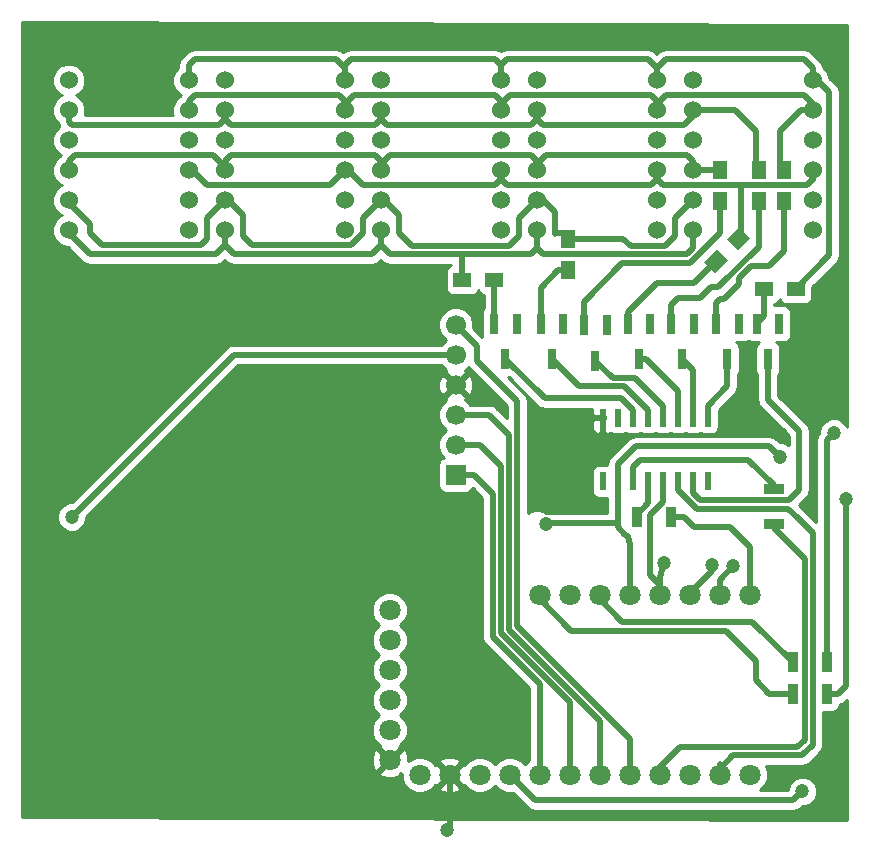
<source format=gbr>
G04 #@! TF.FileFunction,Copper,L2,Bot,Signal*
%FSLAX46Y46*%
G04 Gerber Fmt 4.6, Leading zero omitted, Abs format (unit mm)*
G04 Created by KiCad (PCBNEW 4.0.2+dfsg1-stable) date St  4. júl 2018, 20:56:09 CEST*
%MOMM*%
G01*
G04 APERTURE LIST*
%ADD10C,0.100000*%
%ADD11C,1.524000*%
%ADD12R,1.500000X1.300000*%
%ADD13R,1.300000X1.500000*%
%ADD14R,0.800100X1.800860*%
%ADD15R,0.600000X1.500000*%
%ADD16C,1.800000*%
%ADD17R,1.700000X0.900000*%
%ADD18R,0.900000X1.700000*%
%ADD19R,1.700000X1.700000*%
%ADD20C,1.700000*%
%ADD21C,1.200000*%
%ADD22C,0.500000*%
%ADD23C,0.400000*%
%ADD24C,0.254000*%
G04 APERTURE END LIST*
D10*
D11*
X173990000Y-57912000D03*
X173990000Y-60452000D03*
X173990000Y-62992000D03*
X173990000Y-65532000D03*
X173990000Y-68072000D03*
X173990000Y-70612000D03*
X184150000Y-70612000D03*
X184150000Y-68072000D03*
X184150000Y-65532000D03*
X184150000Y-62992000D03*
X184150000Y-60452000D03*
X184150000Y-57912000D03*
D12*
X182706000Y-75565000D03*
X180006000Y-75565000D03*
D13*
X181737000Y-65452000D03*
X181737000Y-68152000D03*
X179578000Y-65452000D03*
X179578000Y-68152000D03*
D10*
G36*
X177936305Y-70318457D02*
X178855543Y-71237695D01*
X177794883Y-72298355D01*
X176875645Y-71379117D01*
X177936305Y-70318457D01*
X177936305Y-70318457D01*
G37*
G36*
X176027117Y-72227645D02*
X176946355Y-73146883D01*
X175885695Y-74207543D01*
X174966457Y-73288305D01*
X176027117Y-72227645D01*
X176027117Y-72227645D01*
G37*
D13*
X176276000Y-65452000D03*
X176276000Y-68152000D03*
X163449000Y-71294000D03*
X163449000Y-73994000D03*
D12*
X154479000Y-74803000D03*
X157179000Y-74803000D03*
D14*
X179390000Y-78508860D03*
X181290000Y-78508860D03*
X180340000Y-81511140D03*
X175961000Y-78508860D03*
X177861000Y-78508860D03*
X176911000Y-81511140D03*
X172151000Y-78508860D03*
X174051000Y-78508860D03*
X173101000Y-81511140D03*
X168468000Y-78508860D03*
X170368000Y-78508860D03*
X169418000Y-81511140D03*
X164785000Y-78635860D03*
X166685000Y-78635860D03*
X165735000Y-81638140D03*
X161102000Y-78508860D03*
X163002000Y-78508860D03*
X162052000Y-81511140D03*
X157165000Y-78508860D03*
X159065000Y-78508860D03*
X158115000Y-81511140D03*
D11*
X121158000Y-57912000D03*
X121158000Y-60452000D03*
X121158000Y-62992000D03*
X121158000Y-65532000D03*
X121158000Y-68072000D03*
X121158000Y-70612000D03*
X131318000Y-70612000D03*
X131318000Y-68072000D03*
X131318000Y-65532000D03*
X131318000Y-62992000D03*
X131318000Y-60452000D03*
X131318000Y-57912000D03*
X147574000Y-57912000D03*
X147574000Y-60452000D03*
X147574000Y-62992000D03*
X147574000Y-65532000D03*
X147574000Y-68072000D03*
X147574000Y-70612000D03*
X157734000Y-70612000D03*
X157734000Y-68072000D03*
X157734000Y-65532000D03*
X157734000Y-62992000D03*
X157734000Y-60452000D03*
X157734000Y-57912000D03*
X160782000Y-57912000D03*
X160782000Y-60452000D03*
X160782000Y-62992000D03*
X160782000Y-65532000D03*
X160782000Y-68072000D03*
X160782000Y-70612000D03*
X170942000Y-70612000D03*
X170942000Y-68072000D03*
X170942000Y-65532000D03*
X170942000Y-62992000D03*
X170942000Y-60452000D03*
X170942000Y-57912000D03*
X134366000Y-57912000D03*
X134366000Y-60452000D03*
X134366000Y-62992000D03*
X134366000Y-65532000D03*
X134366000Y-68072000D03*
X134366000Y-70612000D03*
X144526000Y-70612000D03*
X144526000Y-68072000D03*
X144526000Y-65532000D03*
X144526000Y-62992000D03*
X144526000Y-60452000D03*
X144526000Y-57912000D03*
D15*
X175260000Y-91854000D03*
X173990000Y-91854000D03*
X172720000Y-91854000D03*
X171450000Y-91854000D03*
X170180000Y-91854000D03*
X168910000Y-91854000D03*
X167640000Y-91854000D03*
X166370000Y-91854000D03*
X166370000Y-86454000D03*
X167640000Y-86454000D03*
X168910000Y-86454000D03*
X170180000Y-86454000D03*
X171450000Y-86454000D03*
X172720000Y-86454000D03*
X173990000Y-86454000D03*
X175260000Y-86454000D03*
D16*
X161036000Y-101473000D03*
X163576000Y-101473000D03*
X166116000Y-101473000D03*
X168656000Y-101473000D03*
X171196000Y-101473000D03*
X173736000Y-101473000D03*
X176276000Y-101473000D03*
X178816000Y-101473000D03*
X178816000Y-116713000D03*
X176276000Y-116713000D03*
X173736000Y-116713000D03*
X171196000Y-116713000D03*
X168656000Y-116713000D03*
X166116000Y-116713000D03*
X163576000Y-116713000D03*
X161036000Y-116713000D03*
X158496000Y-116713000D03*
X155956000Y-116713000D03*
X153416000Y-116713000D03*
X150876000Y-116713000D03*
X148336000Y-115443000D03*
X148336000Y-112903000D03*
X148336000Y-110363000D03*
X148336000Y-107823000D03*
X148336000Y-105283000D03*
X148336000Y-102743000D03*
D17*
X180848000Y-92530000D03*
X180848000Y-95430000D03*
D18*
X169238000Y-94869000D03*
X172138000Y-94869000D03*
X185346000Y-109855000D03*
X182446000Y-109855000D03*
X185346000Y-107188000D03*
X182446000Y-107188000D03*
D19*
X153924000Y-91313000D03*
D20*
X153924000Y-88773000D03*
X153924000Y-86233000D03*
X153924000Y-83693000D03*
X153924000Y-81153000D03*
X153924000Y-78613000D03*
D21*
X121412000Y-94869000D03*
X183261000Y-118110000D03*
X153162000Y-121412000D03*
X181483000Y-87884000D03*
X161036000Y-87249000D03*
X136906000Y-87630000D03*
X186944000Y-93345000D03*
X171577000Y-98806000D03*
X181356000Y-89789000D03*
X161544000Y-95504000D03*
X175641000Y-98933000D03*
X177419000Y-99060000D03*
X185928000Y-87757000D03*
D22*
X153924000Y-81153000D02*
X135128000Y-81153000D01*
X135128000Y-81153000D02*
X121412000Y-94869000D01*
X183261000Y-118110000D02*
X182499000Y-118872000D01*
X182499000Y-118872000D02*
X160655000Y-118872000D01*
X160655000Y-118872000D02*
X158496000Y-116713000D01*
X153416000Y-121158000D02*
X153416000Y-116713000D01*
X153162000Y-121412000D02*
X153416000Y-121158000D01*
X161036000Y-87249000D02*
X161798000Y-86487000D01*
X161798000Y-86487000D02*
X166337000Y-86487000D01*
X166337000Y-86487000D02*
X166370000Y-86454000D01*
X181483000Y-87884000D02*
X181229000Y-87884000D01*
X161036000Y-87249000D02*
X161163000Y-87376000D01*
X136906000Y-87630000D02*
X137160000Y-87630000D01*
X179197000Y-93472000D02*
X182118000Y-93472000D01*
X173990000Y-92837000D02*
X174625000Y-93472000D01*
X174625000Y-93472000D02*
X179197000Y-93472000D01*
X173990000Y-91854000D02*
X173990000Y-92837000D01*
X180340000Y-84963000D02*
X180340000Y-81511140D01*
X183007000Y-87630000D02*
X180340000Y-84963000D01*
X183007000Y-92583000D02*
X183007000Y-87630000D01*
X182118000Y-93472000D02*
X183007000Y-92583000D01*
X175260000Y-86454000D02*
X175260000Y-85471000D01*
X176911000Y-83820000D02*
X176911000Y-81511140D01*
X175260000Y-85471000D02*
X176911000Y-83820000D01*
X173990000Y-86454000D02*
X173990000Y-82400140D01*
X173990000Y-82400140D02*
X173101000Y-81511140D01*
X185346000Y-109855000D02*
X186309000Y-109855000D01*
X186944000Y-109220000D02*
X186944000Y-93345000D01*
X186309000Y-109855000D02*
X186944000Y-109220000D01*
X172720000Y-86454000D02*
X172720000Y-84201000D01*
X170030140Y-81511140D02*
X169418000Y-81511140D01*
X172720000Y-84201000D02*
X170030140Y-81511140D01*
X171450000Y-86454000D02*
X171450000Y-85471000D01*
X167216858Y-83119998D02*
X165735000Y-81638140D01*
X169098998Y-83119998D02*
X167216858Y-83119998D01*
X171450000Y-85471000D02*
X169098998Y-83119998D01*
X170180000Y-86454000D02*
X170180000Y-85852000D01*
X170180000Y-85852000D02*
X168148000Y-83820000D01*
X168148000Y-83820000D02*
X164360860Y-83820000D01*
X164360860Y-83820000D02*
X162052000Y-81511140D01*
X168910000Y-86454000D02*
X168910000Y-85852000D01*
X168910000Y-85852000D02*
X167894000Y-84836000D01*
X167894000Y-84836000D02*
X161439860Y-84836000D01*
X161439860Y-84836000D02*
X158115000Y-81511140D01*
X184150000Y-57912000D02*
X184531000Y-57912000D01*
X184531000Y-57912000D02*
X185547000Y-58928000D01*
X185547000Y-72724000D02*
X182706000Y-75565000D01*
X185547000Y-58928000D02*
X185547000Y-72724000D01*
X131318000Y-57912000D02*
X131318000Y-56642000D01*
X144526000Y-56896000D02*
X143764000Y-56134000D01*
X143764000Y-56134000D02*
X131826000Y-56134000D01*
X131826000Y-56134000D02*
X131572000Y-56388000D01*
X144526000Y-56896000D02*
X144526000Y-57912000D01*
X131318000Y-56642000D02*
X131572000Y-56388000D01*
X157734000Y-57912000D02*
X157734000Y-56642000D01*
X157734000Y-56642000D02*
X157226000Y-56134000D01*
X144526000Y-56642000D02*
X144526000Y-57912000D01*
X145034000Y-56134000D02*
X144526000Y-56642000D01*
X157226000Y-56134000D02*
X145034000Y-56134000D01*
X170942000Y-57912000D02*
X170942000Y-56896000D01*
X170942000Y-56896000D02*
X171704000Y-56134000D01*
X184150000Y-56896000D02*
X184150000Y-57912000D01*
X183388000Y-56134000D02*
X184150000Y-56896000D01*
X171704000Y-56134000D02*
X183388000Y-56134000D01*
X158750000Y-56134000D02*
X158242000Y-56134000D01*
X170942000Y-56896000D02*
X170180000Y-56134000D01*
X170180000Y-56134000D02*
X158750000Y-56134000D01*
X158242000Y-56134000D02*
X157734000Y-56642000D01*
X144593235Y-58024059D02*
X144526000Y-57912000D01*
X184150000Y-60452000D02*
X183134000Y-60452000D01*
X181356000Y-62230000D02*
X181356000Y-65452000D01*
X183134000Y-60452000D02*
X181356000Y-62230000D01*
X170942000Y-60452000D02*
X170942000Y-59944000D01*
X170942000Y-59944000D02*
X171704000Y-59182000D01*
X183388000Y-59182000D02*
X184150000Y-59944000D01*
X171704000Y-59182000D02*
X183388000Y-59182000D01*
X184150000Y-59944000D02*
X184150000Y-60452000D01*
X157734000Y-60452000D02*
X157734000Y-59944000D01*
X157734000Y-59944000D02*
X158496000Y-59182000D01*
X170434000Y-59182000D02*
X170942000Y-59690000D01*
X158496000Y-59182000D02*
X170434000Y-59182000D01*
X170942000Y-59690000D02*
X170942000Y-60452000D01*
X144526000Y-60452000D02*
X144526000Y-59944000D01*
X144526000Y-59944000D02*
X145288000Y-59182000D01*
X157226000Y-59182000D02*
X157734000Y-59690000D01*
X145288000Y-59182000D02*
X157226000Y-59182000D01*
X157734000Y-59690000D02*
X157734000Y-60452000D01*
X131318000Y-60452000D02*
X131318000Y-59690000D01*
X131318000Y-59690000D02*
X131826000Y-59182000D01*
X144018000Y-59182000D02*
X144526000Y-59690000D01*
X131826000Y-59182000D02*
X144018000Y-59182000D01*
X144526000Y-59690000D02*
X144526000Y-60452000D01*
X131318000Y-60452000D02*
X131064000Y-60452000D01*
X173990000Y-60452000D02*
X177546000Y-60452000D01*
X179324000Y-62230000D02*
X179324000Y-65452000D01*
X177546000Y-60452000D02*
X179324000Y-62230000D01*
X160782000Y-60452000D02*
X160782000Y-61214000D01*
X160782000Y-61214000D02*
X161290000Y-61722000D01*
X173228000Y-61722000D02*
X173990000Y-60960000D01*
X161290000Y-61722000D02*
X173228000Y-61722000D01*
X173990000Y-60960000D02*
X173990000Y-60452000D01*
X147574000Y-60452000D02*
X147574000Y-61214000D01*
X147574000Y-61214000D02*
X148082000Y-61722000D01*
X148082000Y-61722000D02*
X160274000Y-61722000D01*
X160274000Y-61722000D02*
X160782000Y-61214000D01*
X134366000Y-60452000D02*
X134366000Y-61214000D01*
X134366000Y-61214000D02*
X134874000Y-61722000D01*
X134874000Y-61722000D02*
X147066000Y-61722000D01*
X147066000Y-61722000D02*
X147574000Y-61214000D01*
X121158000Y-60452000D02*
X121158000Y-61468000D01*
X121158000Y-61468000D02*
X121412000Y-61722000D01*
X121412000Y-61722000D02*
X133858000Y-61722000D01*
X133858000Y-61722000D02*
X134366000Y-61214000D01*
X121158000Y-60452000D02*
X121158000Y-61214000D01*
D23*
X184150000Y-65532000D02*
X184150000Y-66294000D01*
X170942000Y-65532000D02*
X170942000Y-66294000D01*
D22*
X170942000Y-66294000D02*
X171450000Y-66802000D01*
X183642000Y-66802000D02*
X184150000Y-66294000D01*
X158242000Y-66802000D02*
X170434000Y-66802000D01*
X157734000Y-66294000D02*
X158242000Y-66802000D01*
X170434000Y-66802000D02*
X170942000Y-66294000D01*
D23*
X157734000Y-65532000D02*
X157734000Y-66294000D01*
X131318000Y-65532000D02*
X131572000Y-65532000D01*
D22*
X131572000Y-65532000D02*
X132842000Y-66802000D01*
X143256000Y-66802000D02*
X144526000Y-65532000D01*
X132842000Y-66802000D02*
X143256000Y-66802000D01*
D23*
X144526000Y-65532000D02*
X144780000Y-65532000D01*
D22*
X144780000Y-65532000D02*
X146050000Y-66802000D01*
X146050000Y-66802000D02*
X157226000Y-66802000D01*
X157226000Y-66802000D02*
X157734000Y-66294000D01*
X178054000Y-66802000D02*
X178054000Y-70739000D01*
X178054000Y-70739000D02*
X177927000Y-70866000D01*
X171450000Y-66802000D02*
X178054000Y-66802000D01*
X178054000Y-66802000D02*
X183642000Y-66802000D01*
X173990000Y-65532000D02*
X176196000Y-65532000D01*
X176196000Y-65532000D02*
X176276000Y-65452000D01*
X160782000Y-65532000D02*
X160782000Y-65024000D01*
X160782000Y-65024000D02*
X161544000Y-64262000D01*
X173482000Y-64262000D02*
X173990000Y-64770000D01*
X161544000Y-64262000D02*
X173482000Y-64262000D01*
X173990000Y-64770000D02*
X173990000Y-65532000D01*
X147574000Y-65532000D02*
X147574000Y-65024000D01*
X147574000Y-65024000D02*
X148336000Y-64262000D01*
X160274000Y-64262000D02*
X160782000Y-64770000D01*
X148336000Y-64262000D02*
X160274000Y-64262000D01*
X160782000Y-64770000D02*
X160782000Y-65532000D01*
X134366000Y-65532000D02*
X134366000Y-64770000D01*
X134366000Y-64770000D02*
X134874000Y-64262000D01*
X147066000Y-64262000D02*
X147574000Y-64770000D01*
X134874000Y-64262000D02*
X147066000Y-64262000D01*
X147574000Y-64770000D02*
X147574000Y-65532000D01*
X121158000Y-65532000D02*
X121158000Y-64770000D01*
X121158000Y-64770000D02*
X121666000Y-64262000D01*
X121666000Y-64262000D02*
X133350000Y-64262000D01*
X133350000Y-64262000D02*
X134366000Y-65278000D01*
X134366000Y-65278000D02*
X134366000Y-65532000D01*
X160274000Y-65532000D02*
X160782000Y-65532000D01*
X171450000Y-71943998D02*
X171642002Y-71943998D01*
X172466000Y-71120000D02*
X172466000Y-69596000D01*
X173990000Y-68072000D02*
X172466000Y-69596000D01*
X168068000Y-71294000D02*
X168717998Y-71943998D01*
X168717998Y-71943998D02*
X171450000Y-71943998D01*
X168068000Y-71294000D02*
X163449000Y-71294000D01*
X171642002Y-71943998D02*
X172466000Y-71120000D01*
X162306000Y-70866000D02*
X163021000Y-70866000D01*
X163021000Y-70866000D02*
X163449000Y-71294000D01*
X160782000Y-68072000D02*
X161290000Y-68072000D01*
X161290000Y-68072000D02*
X162306000Y-69088000D01*
X162306000Y-69088000D02*
X162306000Y-70866000D01*
X162306000Y-70866000D02*
X162306000Y-70927998D01*
X147574000Y-68072000D02*
X147828000Y-68072000D01*
X147828000Y-68072000D02*
X149098000Y-69342000D01*
X159258000Y-69596000D02*
X160782000Y-68072000D01*
X159258000Y-71120000D02*
X159258000Y-69596000D01*
X158434002Y-71943998D02*
X159258000Y-71120000D01*
X150175998Y-71943998D02*
X158434002Y-71943998D01*
X149098000Y-70866000D02*
X150175998Y-71943998D01*
X149098000Y-69342000D02*
X149098000Y-70866000D01*
X134366000Y-68072000D02*
X134620000Y-68072000D01*
X134620000Y-68072000D02*
X135890000Y-69342000D01*
X146050000Y-69596000D02*
X147574000Y-68072000D01*
X146050000Y-70866000D02*
X146050000Y-69596000D01*
X145034000Y-71882000D02*
X146050000Y-70866000D01*
X136652000Y-71882000D02*
X145034000Y-71882000D01*
X135890000Y-71120000D02*
X136652000Y-71882000D01*
X135890000Y-69342000D02*
X135890000Y-71120000D01*
X121158000Y-68072000D02*
X121158000Y-68326000D01*
X121158000Y-68326000D02*
X122936000Y-70104000D01*
X132842000Y-69596000D02*
X134366000Y-68072000D01*
X132842000Y-71374000D02*
X132842000Y-69596000D01*
X132334000Y-71882000D02*
X132842000Y-71374000D01*
X131826000Y-71882000D02*
X132334000Y-71882000D01*
X123952000Y-71882000D02*
X131826000Y-71882000D01*
X122936000Y-70866000D02*
X123952000Y-71882000D01*
X122936000Y-70104000D02*
X122936000Y-70866000D01*
X154432000Y-72644000D02*
X154432000Y-74756000D01*
X154432000Y-74756000D02*
X154479000Y-74803000D01*
X173990000Y-70612000D02*
X173990000Y-72136000D01*
X161290000Y-72644000D02*
X160782000Y-72136000D01*
X173482000Y-72644000D02*
X161290000Y-72644000D01*
X173990000Y-72136000D02*
X173482000Y-72644000D01*
X160782000Y-70612000D02*
X160782000Y-72136000D01*
X148336000Y-72644000D02*
X147574000Y-71882000D01*
X160274000Y-72644000D02*
X154432000Y-72644000D01*
X154432000Y-72644000D02*
X148336000Y-72644000D01*
X160782000Y-72136000D02*
X160274000Y-72644000D01*
X147574000Y-70612000D02*
X147574000Y-71882000D01*
X135128000Y-72644000D02*
X134366000Y-71882000D01*
X147574000Y-71882000D02*
X146812000Y-72644000D01*
X146812000Y-72644000D02*
X135128000Y-72644000D01*
X160782000Y-70612000D02*
X160782000Y-71120000D01*
X134366000Y-70612000D02*
X134366000Y-71882000D01*
X121158000Y-70612000D02*
X121158000Y-70866000D01*
X121158000Y-70866000D02*
X122936000Y-72644000D01*
X133604000Y-72644000D02*
X134366000Y-71882000D01*
X122936000Y-72644000D02*
X133604000Y-72644000D01*
X158430998Y-99187000D02*
X158430998Y-87945998D01*
X166116000Y-112114952D02*
X158430998Y-104429950D01*
X158430998Y-104429950D02*
X158430998Y-99187000D01*
X166116000Y-116713000D02*
X166116000Y-112114952D01*
X156718000Y-86233000D02*
X153924000Y-86233000D01*
X158430998Y-87945998D02*
X156718000Y-86233000D01*
X157730996Y-100965000D02*
X157730996Y-90547996D01*
X163576000Y-110564904D02*
X157730996Y-104719900D01*
X157730996Y-104719900D02*
X157730996Y-100965000D01*
X163576000Y-116713000D02*
X163576000Y-110564904D01*
X155956000Y-88773000D02*
X153924000Y-88773000D01*
X157730996Y-90547996D02*
X155956000Y-88773000D01*
X171196000Y-99949000D02*
X171577000Y-98806000D01*
X171196000Y-99949000D02*
X171196000Y-101473000D01*
X170372002Y-96266000D02*
X170372002Y-94676998D01*
X171196000Y-100645998D02*
X170372002Y-99822000D01*
X170372002Y-99822000D02*
X170372002Y-96266000D01*
X171450000Y-93599000D02*
X171450000Y-91854000D01*
X170372002Y-94676998D02*
X171450000Y-93599000D01*
X171196000Y-101600000D02*
X171196000Y-100645998D01*
X167640000Y-91854000D02*
X167640000Y-92964000D01*
X167640000Y-90424000D02*
X169164000Y-88900000D01*
X169164000Y-88900000D02*
X180467000Y-88900000D01*
X180467000Y-88900000D02*
X181356000Y-89789000D01*
X167640000Y-91854000D02*
X167640000Y-90424000D01*
X168656000Y-101473000D02*
X168656000Y-100711000D01*
X168656000Y-100711000D02*
X168656000Y-99695000D01*
X167640000Y-94488000D02*
X167640000Y-92964000D01*
X168656000Y-101600000D02*
X168656000Y-100838000D01*
X161671000Y-95377000D02*
X167640000Y-95377000D01*
X161544000Y-95504000D02*
X161671000Y-95377000D01*
X167640000Y-95377000D02*
X167640000Y-95758000D01*
X167640000Y-95758000D02*
X168275000Y-96393000D01*
X168275000Y-96393000D02*
X168529000Y-96520000D01*
X168529000Y-96520000D02*
X168656000Y-97282000D01*
X168656000Y-99695000D02*
X168656000Y-97282000D01*
X167640000Y-95250000D02*
X167640000Y-95377000D01*
X167640000Y-95377000D02*
X167640000Y-94488000D01*
X173736000Y-101473000D02*
X173736000Y-101346000D01*
X173736000Y-101346000D02*
X175641000Y-99441000D01*
X175641000Y-99441000D02*
X175641000Y-98933000D01*
X176276000Y-101473000D02*
X176276000Y-100203000D01*
X176276000Y-100203000D02*
X177419000Y-99060000D01*
X172138000Y-94869000D02*
X173228000Y-94869000D01*
X178816000Y-97409000D02*
X178816000Y-101473000D01*
X177165000Y-95758000D02*
X178816000Y-97409000D01*
X174117000Y-95758000D02*
X177165000Y-95758000D01*
X173228000Y-94869000D02*
X174117000Y-95758000D01*
X184150000Y-105283000D02*
X184150000Y-96266000D01*
X174335050Y-94172002D02*
X179197000Y-94172002D01*
X174335050Y-94172002D02*
X172720000Y-92556952D01*
X182056002Y-94172002D02*
X179197000Y-94172002D01*
X182880000Y-94996000D02*
X182056002Y-94172002D01*
X184150000Y-96266000D02*
X182880000Y-94996000D01*
X176276000Y-116713000D02*
X176276000Y-116205000D01*
X176276000Y-116205000D02*
X177419000Y-115062000D01*
X184150000Y-114173000D02*
X184150000Y-105283000D01*
X184150000Y-105283000D02*
X184150000Y-105156000D01*
X183261000Y-115062000D02*
X184150000Y-114173000D01*
X177419000Y-115062000D02*
X183261000Y-115062000D01*
X176276000Y-116713000D02*
X176276000Y-115824000D01*
X172720000Y-91854000D02*
X172720000Y-92556952D01*
X183449998Y-105283000D02*
X183449998Y-98425000D01*
X182179998Y-97155000D02*
X180848000Y-95823002D01*
X183449998Y-98425000D02*
X182179998Y-97155000D01*
X171196000Y-116713000D02*
X171196000Y-116078000D01*
X171196000Y-116078000D02*
X172912002Y-114361998D01*
X172912002Y-114361998D02*
X182818002Y-114361998D01*
X182818002Y-114361998D02*
X183449998Y-113730002D01*
X183449998Y-113730002D02*
X183449998Y-105283000D01*
X183449998Y-105283000D02*
X183449998Y-105156000D01*
X180848000Y-95430000D02*
X180848000Y-95823002D01*
X157030994Y-101981000D02*
X157030994Y-92895994D01*
X161036000Y-109014856D02*
X157030994Y-105009850D01*
X157030994Y-105009850D02*
X157030994Y-101981000D01*
X161036000Y-116713000D02*
X161036000Y-109014856D01*
X155448000Y-91313000D02*
X153924000Y-91313000D01*
X157030994Y-92895994D02*
X155448000Y-91313000D01*
X159131000Y-98806000D02*
X159131000Y-85090000D01*
X168656000Y-113665000D02*
X159131000Y-104140000D01*
X159131000Y-104140000D02*
X159131000Y-98806000D01*
X168656000Y-116713000D02*
X168656000Y-113665000D01*
X155702000Y-80391000D02*
X153924000Y-78613000D01*
X155702000Y-81661000D02*
X155702000Y-80391000D01*
X159131000Y-85090000D02*
X155702000Y-81661000D01*
X180006000Y-75565000D02*
X180006000Y-77892860D01*
X180006000Y-77892860D02*
X179390000Y-78508860D01*
X181737000Y-68152000D02*
X181737000Y-72390000D01*
X175961000Y-76769000D02*
X175961000Y-78508860D01*
X176276000Y-76454000D02*
X175961000Y-76769000D01*
X176657000Y-76454000D02*
X176276000Y-76454000D01*
X177927000Y-75184000D02*
X176657000Y-76454000D01*
X177927000Y-74676000D02*
X177927000Y-75184000D01*
X178943000Y-73660000D02*
X177927000Y-74676000D01*
X180467000Y-73660000D02*
X178943000Y-73660000D01*
X181737000Y-72390000D02*
X180467000Y-73660000D01*
X179578000Y-68152000D02*
X179578000Y-72009000D01*
X172151000Y-76896000D02*
X172151000Y-78508860D01*
X172720000Y-76327000D02*
X172151000Y-76896000D01*
X174625000Y-76327000D02*
X172720000Y-76327000D01*
X175514000Y-75438000D02*
X174625000Y-76327000D01*
X176149000Y-75438000D02*
X175514000Y-75438000D01*
X179578000Y-72009000D02*
X176149000Y-75438000D01*
X175956406Y-73217594D02*
X174117000Y-75057000D01*
X168468000Y-77531000D02*
X168468000Y-78508860D01*
X170942000Y-75057000D02*
X168468000Y-77531000D01*
X174117000Y-75057000D02*
X170942000Y-75057000D01*
X173736000Y-73406000D02*
X176276000Y-70866000D01*
X168021000Y-73406000D02*
X173736000Y-73406000D01*
X164785000Y-78635860D02*
X164785000Y-76642000D01*
X176276000Y-70866000D02*
X176276000Y-68152000D01*
X164785000Y-76642000D02*
X168021000Y-73406000D01*
X163449000Y-73994000D02*
X162607000Y-73994000D01*
X161102000Y-75499000D02*
X161102000Y-78508860D01*
X162607000Y-73994000D02*
X161102000Y-75499000D01*
X157179000Y-74803000D02*
X157179000Y-78494860D01*
X157179000Y-78494860D02*
X157165000Y-78508860D01*
X185346000Y-107188000D02*
X185346000Y-88339000D01*
X185346000Y-88339000D02*
X185928000Y-87757000D01*
X180848000Y-92530000D02*
X180848000Y-92202000D01*
X180848000Y-92202000D02*
X178689000Y-90043000D01*
X178689000Y-90043000D02*
X169545000Y-90043000D01*
X169545000Y-90043000D02*
X168910000Y-90678000D01*
X168910000Y-90678000D02*
X168910000Y-91854000D01*
X169238000Y-94869000D02*
X169238000Y-94668000D01*
X169238000Y-94668000D02*
X170180000Y-93726000D01*
X170180000Y-93726000D02*
X170180000Y-91854000D01*
X161036000Y-101473000D02*
X161036000Y-101854000D01*
X161036000Y-101854000D02*
X163703000Y-104521000D01*
X163703000Y-104521000D02*
X176784000Y-104521000D01*
X176784000Y-104521000D02*
X179324000Y-107061000D01*
X179324000Y-107061000D02*
X179324000Y-108712000D01*
X179324000Y-108712000D02*
X180467000Y-109855000D01*
X180467000Y-109855000D02*
X182446000Y-109855000D01*
X166116000Y-101473000D02*
X166116000Y-101854000D01*
X166116000Y-101854000D02*
X168021000Y-103759000D01*
X168021000Y-103759000D02*
X179017000Y-103759000D01*
X179017000Y-103759000D02*
X182446000Y-107188000D01*
D24*
G36*
X187071000Y-53212541D02*
X187071000Y-87289247D01*
X186975592Y-87058343D01*
X186628485Y-86710629D01*
X186174734Y-86522215D01*
X185683421Y-86521786D01*
X185229343Y-86709408D01*
X184881629Y-87056515D01*
X184693215Y-87510266D01*
X184693002Y-87753930D01*
X184528367Y-88000325D01*
X184528367Y-88000326D01*
X184460999Y-88339000D01*
X184461000Y-88339005D01*
X184461000Y-95325421D01*
X183505790Y-94370210D01*
X183505787Y-94370208D01*
X182988580Y-93853000D01*
X183632787Y-93208792D01*
X183632790Y-93208790D01*
X183824633Y-92921675D01*
X183860970Y-92739000D01*
X183892001Y-92583000D01*
X183892000Y-92582995D01*
X183892000Y-87630005D01*
X183892001Y-87630000D01*
X183824634Y-87291326D01*
X183715747Y-87128365D01*
X183632790Y-87004210D01*
X183632787Y-87004208D01*
X181225000Y-84596420D01*
X181225000Y-82826618D01*
X181336481Y-82663460D01*
X181387490Y-82411570D01*
X181387490Y-80610710D01*
X181343212Y-80375393D01*
X181204140Y-80159269D01*
X181054069Y-80056730D01*
X181690050Y-80056730D01*
X181925367Y-80012452D01*
X182141491Y-79873380D01*
X182286481Y-79661180D01*
X182337490Y-79409290D01*
X182337490Y-77608430D01*
X182293212Y-77373113D01*
X182154140Y-77156989D01*
X181941940Y-77011999D01*
X181690050Y-76960990D01*
X180891000Y-76960990D01*
X180891000Y-76837038D01*
X180991317Y-76818162D01*
X181207441Y-76679090D01*
X181352431Y-76466890D01*
X181355081Y-76453803D01*
X181491910Y-76666441D01*
X181704110Y-76811431D01*
X181956000Y-76862440D01*
X183456000Y-76862440D01*
X183691317Y-76818162D01*
X183907441Y-76679090D01*
X184052431Y-76466890D01*
X184103440Y-76215000D01*
X184103440Y-75419140D01*
X186172787Y-73349792D01*
X186172790Y-73349790D01*
X186364633Y-73062675D01*
X186386323Y-72953633D01*
X186432001Y-72724000D01*
X186432000Y-72723995D01*
X186432000Y-58928005D01*
X186432001Y-58928000D01*
X186364633Y-58589326D01*
X186364633Y-58589325D01*
X186172790Y-58302210D01*
X186172787Y-58302208D01*
X185547206Y-57676626D01*
X185547242Y-57635339D01*
X185335010Y-57121697D01*
X185016410Y-56802541D01*
X184967633Y-56557326D01*
X184967633Y-56557325D01*
X184775790Y-56270210D01*
X184775787Y-56270208D01*
X184013790Y-55508210D01*
X184005991Y-55502999D01*
X183726675Y-55316367D01*
X183670484Y-55305190D01*
X183388000Y-55248999D01*
X183387995Y-55249000D01*
X171704005Y-55249000D01*
X171704000Y-55248999D01*
X171421516Y-55305190D01*
X171365325Y-55316367D01*
X171078210Y-55508210D01*
X171078208Y-55508213D01*
X170942000Y-55644420D01*
X170805790Y-55508210D01*
X170797991Y-55502999D01*
X170518675Y-55316367D01*
X170462484Y-55305190D01*
X170180000Y-55248999D01*
X170179995Y-55249000D01*
X158242000Y-55249000D01*
X157903325Y-55316367D01*
X157734000Y-55429506D01*
X157564675Y-55316367D01*
X157508484Y-55305190D01*
X157226000Y-55248999D01*
X157225995Y-55249000D01*
X145034000Y-55249000D01*
X144695325Y-55316367D01*
X144408210Y-55508210D01*
X144408208Y-55508213D01*
X144399000Y-55517420D01*
X144389790Y-55508210D01*
X144381991Y-55502999D01*
X144102675Y-55316367D01*
X144046484Y-55305190D01*
X143764000Y-55248999D01*
X143763995Y-55249000D01*
X131826005Y-55249000D01*
X131826000Y-55248999D01*
X131487325Y-55316367D01*
X131200210Y-55508210D01*
X131200208Y-55508213D01*
X130946210Y-55762210D01*
X130946208Y-55762213D01*
X130692210Y-56016210D01*
X130500367Y-56303325D01*
X130500367Y-56303326D01*
X130432999Y-56642000D01*
X130433000Y-56642005D01*
X130433000Y-56821522D01*
X130134371Y-57119630D01*
X129921243Y-57632900D01*
X129920758Y-58188661D01*
X130132990Y-58702303D01*
X130525630Y-59095629D01*
X130639597Y-59142952D01*
X130567785Y-59250426D01*
X130527697Y-59266990D01*
X130134371Y-59659630D01*
X129921243Y-60172900D01*
X129920758Y-60728661D01*
X129965523Y-60837000D01*
X122510784Y-60837000D01*
X122554757Y-60731100D01*
X122555242Y-60175339D01*
X122343010Y-59661697D01*
X121950370Y-59268371D01*
X121742488Y-59182051D01*
X121948303Y-59097010D01*
X122341629Y-58704370D01*
X122554757Y-58191100D01*
X122555242Y-57635339D01*
X122343010Y-57121697D01*
X121950370Y-56728371D01*
X121437100Y-56515243D01*
X120881339Y-56514758D01*
X120367697Y-56726990D01*
X119974371Y-57119630D01*
X119761243Y-57632900D01*
X119760758Y-58188661D01*
X119972990Y-58702303D01*
X120365630Y-59095629D01*
X120573512Y-59181949D01*
X120367697Y-59266990D01*
X119974371Y-59659630D01*
X119761243Y-60172900D01*
X119760758Y-60728661D01*
X119972990Y-61242303D01*
X120291590Y-61561459D01*
X120306618Y-61637010D01*
X120340367Y-61806675D01*
X120351429Y-61823230D01*
X119974371Y-62199630D01*
X119761243Y-62712900D01*
X119760758Y-63268661D01*
X119972990Y-63782303D01*
X120365630Y-64175629D01*
X120479597Y-64222952D01*
X120407785Y-64330426D01*
X120367697Y-64346990D01*
X119974371Y-64739630D01*
X119761243Y-65252900D01*
X119760758Y-65808661D01*
X119972990Y-66322303D01*
X120365630Y-66715629D01*
X120573512Y-66801949D01*
X120367697Y-66886990D01*
X119974371Y-67279630D01*
X119761243Y-67792900D01*
X119760758Y-68348661D01*
X119972990Y-68862303D01*
X120365630Y-69255629D01*
X120573512Y-69341949D01*
X120367697Y-69426990D01*
X119974371Y-69819630D01*
X119761243Y-70332900D01*
X119760758Y-70888661D01*
X119972990Y-71402303D01*
X120365630Y-71795629D01*
X120878900Y-72008757D01*
X121049326Y-72008906D01*
X122310208Y-73269787D01*
X122310210Y-73269790D01*
X122597325Y-73461633D01*
X122653516Y-73472810D01*
X122936000Y-73529001D01*
X122936005Y-73529000D01*
X133603995Y-73529000D01*
X133604000Y-73529001D01*
X133886484Y-73472810D01*
X133942675Y-73461633D01*
X134229790Y-73269790D01*
X134366000Y-73133580D01*
X134502208Y-73269787D01*
X134502210Y-73269790D01*
X134789325Y-73461633D01*
X134845516Y-73472810D01*
X135128000Y-73529001D01*
X135128005Y-73529000D01*
X146811995Y-73529000D01*
X146812000Y-73529001D01*
X147094484Y-73472810D01*
X147150675Y-73461633D01*
X147437790Y-73269790D01*
X147574000Y-73133580D01*
X147710208Y-73269787D01*
X147710210Y-73269790D01*
X147997325Y-73461633D01*
X148053516Y-73472810D01*
X148336000Y-73529001D01*
X148336005Y-73529000D01*
X153547000Y-73529000D01*
X153547000Y-73539806D01*
X153493683Y-73549838D01*
X153277559Y-73688910D01*
X153132569Y-73901110D01*
X153081560Y-74153000D01*
X153081560Y-75453000D01*
X153125838Y-75688317D01*
X153264910Y-75904441D01*
X153477110Y-76049431D01*
X153729000Y-76100440D01*
X155229000Y-76100440D01*
X155464317Y-76056162D01*
X155680441Y-75917090D01*
X155825431Y-75704890D01*
X155828081Y-75691803D01*
X155964910Y-75904441D01*
X156177110Y-76049431D01*
X156294000Y-76073102D01*
X156294000Y-77172892D01*
X156168519Y-77356540D01*
X156117510Y-77608430D01*
X156117510Y-79409290D01*
X156151266Y-79588687D01*
X155408797Y-78846218D01*
X155409257Y-78318911D01*
X155183656Y-77772914D01*
X154766283Y-77354812D01*
X154220681Y-77128258D01*
X153629911Y-77127743D01*
X153083914Y-77353344D01*
X152665812Y-77770717D01*
X152439258Y-78316319D01*
X152438743Y-78907089D01*
X152664344Y-79453086D01*
X153081717Y-79871188D01*
X153109557Y-79882748D01*
X153083914Y-79893344D01*
X152708604Y-80268000D01*
X135128005Y-80268000D01*
X135128000Y-80267999D01*
X134789325Y-80335367D01*
X134502210Y-80527210D01*
X134502208Y-80527213D01*
X121395435Y-93633985D01*
X121167421Y-93633786D01*
X120713343Y-93821408D01*
X120365629Y-94168515D01*
X120177215Y-94622266D01*
X120176786Y-95113579D01*
X120364408Y-95567657D01*
X120711515Y-95915371D01*
X121165266Y-96103785D01*
X121656579Y-96104214D01*
X122110657Y-95916592D01*
X122458371Y-95569485D01*
X122646785Y-95115734D01*
X122646986Y-94885594D01*
X134068300Y-83464279D01*
X152427282Y-83464279D01*
X152453685Y-84054458D01*
X152628741Y-84477080D01*
X152880042Y-84557353D01*
X153744395Y-83693000D01*
X154103605Y-83693000D01*
X154967958Y-84557353D01*
X155219259Y-84477080D01*
X155420718Y-83921721D01*
X155394315Y-83331542D01*
X155219259Y-82908920D01*
X154967958Y-82828647D01*
X154103605Y-83693000D01*
X153744395Y-83693000D01*
X152880042Y-82828647D01*
X152628741Y-82908920D01*
X152427282Y-83464279D01*
X134068300Y-83464279D01*
X135494579Y-82038000D01*
X152709180Y-82038000D01*
X153081717Y-82411188D01*
X153129312Y-82430951D01*
X153059647Y-82649042D01*
X153924000Y-83513395D01*
X154788353Y-82649042D01*
X154718819Y-82431360D01*
X154764086Y-82412656D01*
X155001772Y-82175385D01*
X155015735Y-82196282D01*
X155076210Y-82286790D01*
X158246000Y-85456579D01*
X158246000Y-86509421D01*
X157343790Y-85607210D01*
X157299611Y-85577691D01*
X157056675Y-85415367D01*
X157000484Y-85404190D01*
X156718000Y-85347999D01*
X156717995Y-85348000D01*
X155138820Y-85348000D01*
X154766283Y-84974812D01*
X154718688Y-84955049D01*
X154788353Y-84736958D01*
X153924000Y-83872605D01*
X153059647Y-84736958D01*
X153129181Y-84954640D01*
X153083914Y-84973344D01*
X152665812Y-85390717D01*
X152439258Y-85936319D01*
X152438743Y-86527089D01*
X152664344Y-87073086D01*
X153081717Y-87491188D01*
X153109557Y-87502748D01*
X153083914Y-87513344D01*
X152665812Y-87930717D01*
X152439258Y-88476319D01*
X152438743Y-89067089D01*
X152664344Y-89613086D01*
X152899283Y-89848435D01*
X152838683Y-89859838D01*
X152622559Y-89998910D01*
X152477569Y-90211110D01*
X152426560Y-90463000D01*
X152426560Y-92163000D01*
X152470838Y-92398317D01*
X152609910Y-92614441D01*
X152822110Y-92759431D01*
X153074000Y-92810440D01*
X154774000Y-92810440D01*
X155009317Y-92766162D01*
X155225441Y-92627090D01*
X155341156Y-92457736D01*
X156145994Y-93262573D01*
X156145994Y-105009845D01*
X156145993Y-105009850D01*
X156173233Y-105146790D01*
X156213361Y-105348525D01*
X156372698Y-105586991D01*
X156405204Y-105635640D01*
X160151000Y-109381435D01*
X160151000Y-115427532D01*
X159765677Y-115812182D01*
X159366643Y-115412449D01*
X158802670Y-115178267D01*
X158192009Y-115177735D01*
X157627629Y-115410932D01*
X157225677Y-115812182D01*
X156826643Y-115412449D01*
X156262670Y-115178267D01*
X155652009Y-115177735D01*
X155087629Y-115410932D01*
X154655449Y-115842357D01*
X154646797Y-115863194D01*
X154496159Y-115812446D01*
X153595605Y-116713000D01*
X154496159Y-117613554D01*
X154646327Y-117562965D01*
X154653932Y-117581371D01*
X155085357Y-118013551D01*
X155649330Y-118247733D01*
X156259991Y-118248265D01*
X156824371Y-118015068D01*
X157226323Y-117613818D01*
X157625357Y-118013551D01*
X158189330Y-118247733D01*
X158779668Y-118248247D01*
X160029208Y-119497787D01*
X160029210Y-119497790D01*
X160316325Y-119689633D01*
X160655000Y-119757001D01*
X160655005Y-119757000D01*
X182498995Y-119757000D01*
X182499000Y-119757001D01*
X182781484Y-119700810D01*
X182837675Y-119689633D01*
X183124790Y-119497790D01*
X183277565Y-119345015D01*
X183505579Y-119345214D01*
X183959657Y-119157592D01*
X184307371Y-118810485D01*
X184495785Y-118356734D01*
X184496214Y-117865421D01*
X184308592Y-117411343D01*
X183961485Y-117063629D01*
X183507734Y-116875215D01*
X183016421Y-116874786D01*
X182562343Y-117062408D01*
X182214629Y-117409515D01*
X182026215Y-117863266D01*
X182026107Y-117987000D01*
X179712488Y-117987000D01*
X180116551Y-117583643D01*
X180350733Y-117019670D01*
X180351265Y-116409009D01*
X180160367Y-115947000D01*
X183260995Y-115947000D01*
X183261000Y-115947001D01*
X183543484Y-115890810D01*
X183599675Y-115879633D01*
X183886790Y-115687790D01*
X184775787Y-114798792D01*
X184775790Y-114798790D01*
X184967633Y-114511675D01*
X184997406Y-114361998D01*
X185035001Y-114173000D01*
X185035000Y-114172995D01*
X185035000Y-111352440D01*
X185796000Y-111352440D01*
X186031317Y-111308162D01*
X186247441Y-111169090D01*
X186392431Y-110956890D01*
X186441697Y-110713605D01*
X186591484Y-110683810D01*
X186647675Y-110672633D01*
X186934790Y-110480790D01*
X187071000Y-110344580D01*
X187071000Y-120522539D01*
X117221000Y-120269459D01*
X117221000Y-116523159D01*
X147435446Y-116523159D01*
X147521852Y-116779643D01*
X148095336Y-116989458D01*
X148705460Y-116963839D01*
X149150148Y-116779643D01*
X149236553Y-116523161D01*
X149341074Y-116627682D01*
X149340735Y-117016991D01*
X149573932Y-117581371D01*
X150005357Y-118013551D01*
X150569330Y-118247733D01*
X151179991Y-118248265D01*
X151744371Y-118015068D01*
X151966668Y-117793159D01*
X152515446Y-117793159D01*
X152601852Y-118049643D01*
X153175336Y-118259458D01*
X153785460Y-118233839D01*
X154230148Y-118049643D01*
X154316554Y-117793159D01*
X153416000Y-116892605D01*
X152515446Y-117793159D01*
X151966668Y-117793159D01*
X152176551Y-117583643D01*
X152185203Y-117562806D01*
X152335841Y-117613554D01*
X153236395Y-116713000D01*
X152335841Y-115812446D01*
X152185673Y-115863035D01*
X152178068Y-115844629D01*
X151966650Y-115632841D01*
X152515446Y-115632841D01*
X153416000Y-116533395D01*
X154316554Y-115632841D01*
X154230148Y-115376357D01*
X153656664Y-115166542D01*
X153046540Y-115192161D01*
X152601852Y-115376357D01*
X152515446Y-115632841D01*
X151966650Y-115632841D01*
X151746643Y-115412449D01*
X151182670Y-115178267D01*
X150572009Y-115177735D01*
X150007629Y-115410932D01*
X149876502Y-115541830D01*
X149856839Y-115073540D01*
X149672643Y-114628852D01*
X149416159Y-114542446D01*
X148515605Y-115443000D01*
X148529748Y-115457143D01*
X148350143Y-115636748D01*
X148336000Y-115622605D01*
X147435446Y-116523159D01*
X117221000Y-116523159D01*
X117221000Y-115202336D01*
X146789542Y-115202336D01*
X146815161Y-115812460D01*
X146999357Y-116257148D01*
X147255841Y-116343554D01*
X148156395Y-115443000D01*
X147255841Y-114542446D01*
X146999357Y-114628852D01*
X146789542Y-115202336D01*
X117221000Y-115202336D01*
X117221000Y-103046991D01*
X146800735Y-103046991D01*
X147033932Y-103611371D01*
X147435182Y-104013323D01*
X147035449Y-104412357D01*
X146801267Y-104976330D01*
X146800735Y-105586991D01*
X147033932Y-106151371D01*
X147435182Y-106553323D01*
X147035449Y-106952357D01*
X146801267Y-107516330D01*
X146800735Y-108126991D01*
X147033932Y-108691371D01*
X147435182Y-109093323D01*
X147035449Y-109492357D01*
X146801267Y-110056330D01*
X146800735Y-110666991D01*
X147033932Y-111231371D01*
X147435182Y-111633323D01*
X147035449Y-112032357D01*
X146801267Y-112596330D01*
X146800735Y-113206991D01*
X147033932Y-113771371D01*
X147465357Y-114203551D01*
X147486194Y-114212203D01*
X147435446Y-114362841D01*
X148336000Y-115263395D01*
X149236554Y-114362841D01*
X149185965Y-114212673D01*
X149204371Y-114205068D01*
X149636551Y-113773643D01*
X149870733Y-113209670D01*
X149871265Y-112599009D01*
X149638068Y-112034629D01*
X149236818Y-111632677D01*
X149636551Y-111233643D01*
X149870733Y-110669670D01*
X149871265Y-110059009D01*
X149638068Y-109494629D01*
X149236818Y-109092677D01*
X149636551Y-108693643D01*
X149870733Y-108129670D01*
X149871265Y-107519009D01*
X149638068Y-106954629D01*
X149236818Y-106552677D01*
X149636551Y-106153643D01*
X149870733Y-105589670D01*
X149871265Y-104979009D01*
X149638068Y-104414629D01*
X149236818Y-104012677D01*
X149636551Y-103613643D01*
X149870733Y-103049670D01*
X149871265Y-102439009D01*
X149638068Y-101874629D01*
X149206643Y-101442449D01*
X148642670Y-101208267D01*
X148032009Y-101207735D01*
X147467629Y-101440932D01*
X147035449Y-101872357D01*
X146801267Y-102436330D01*
X146800735Y-103046991D01*
X117221000Y-103046991D01*
X117221000Y-52959461D01*
X187071000Y-53212541D01*
X187071000Y-53212541D01*
G37*
X187071000Y-53212541D02*
X187071000Y-87289247D01*
X186975592Y-87058343D01*
X186628485Y-86710629D01*
X186174734Y-86522215D01*
X185683421Y-86521786D01*
X185229343Y-86709408D01*
X184881629Y-87056515D01*
X184693215Y-87510266D01*
X184693002Y-87753930D01*
X184528367Y-88000325D01*
X184528367Y-88000326D01*
X184460999Y-88339000D01*
X184461000Y-88339005D01*
X184461000Y-95325421D01*
X183505790Y-94370210D01*
X183505787Y-94370208D01*
X182988580Y-93853000D01*
X183632787Y-93208792D01*
X183632790Y-93208790D01*
X183824633Y-92921675D01*
X183860970Y-92739000D01*
X183892001Y-92583000D01*
X183892000Y-92582995D01*
X183892000Y-87630005D01*
X183892001Y-87630000D01*
X183824634Y-87291326D01*
X183715747Y-87128365D01*
X183632790Y-87004210D01*
X183632787Y-87004208D01*
X181225000Y-84596420D01*
X181225000Y-82826618D01*
X181336481Y-82663460D01*
X181387490Y-82411570D01*
X181387490Y-80610710D01*
X181343212Y-80375393D01*
X181204140Y-80159269D01*
X181054069Y-80056730D01*
X181690050Y-80056730D01*
X181925367Y-80012452D01*
X182141491Y-79873380D01*
X182286481Y-79661180D01*
X182337490Y-79409290D01*
X182337490Y-77608430D01*
X182293212Y-77373113D01*
X182154140Y-77156989D01*
X181941940Y-77011999D01*
X181690050Y-76960990D01*
X180891000Y-76960990D01*
X180891000Y-76837038D01*
X180991317Y-76818162D01*
X181207441Y-76679090D01*
X181352431Y-76466890D01*
X181355081Y-76453803D01*
X181491910Y-76666441D01*
X181704110Y-76811431D01*
X181956000Y-76862440D01*
X183456000Y-76862440D01*
X183691317Y-76818162D01*
X183907441Y-76679090D01*
X184052431Y-76466890D01*
X184103440Y-76215000D01*
X184103440Y-75419140D01*
X186172787Y-73349792D01*
X186172790Y-73349790D01*
X186364633Y-73062675D01*
X186386323Y-72953633D01*
X186432001Y-72724000D01*
X186432000Y-72723995D01*
X186432000Y-58928005D01*
X186432001Y-58928000D01*
X186364633Y-58589326D01*
X186364633Y-58589325D01*
X186172790Y-58302210D01*
X186172787Y-58302208D01*
X185547206Y-57676626D01*
X185547242Y-57635339D01*
X185335010Y-57121697D01*
X185016410Y-56802541D01*
X184967633Y-56557326D01*
X184967633Y-56557325D01*
X184775790Y-56270210D01*
X184775787Y-56270208D01*
X184013790Y-55508210D01*
X184005991Y-55502999D01*
X183726675Y-55316367D01*
X183670484Y-55305190D01*
X183388000Y-55248999D01*
X183387995Y-55249000D01*
X171704005Y-55249000D01*
X171704000Y-55248999D01*
X171421516Y-55305190D01*
X171365325Y-55316367D01*
X171078210Y-55508210D01*
X171078208Y-55508213D01*
X170942000Y-55644420D01*
X170805790Y-55508210D01*
X170797991Y-55502999D01*
X170518675Y-55316367D01*
X170462484Y-55305190D01*
X170180000Y-55248999D01*
X170179995Y-55249000D01*
X158242000Y-55249000D01*
X157903325Y-55316367D01*
X157734000Y-55429506D01*
X157564675Y-55316367D01*
X157508484Y-55305190D01*
X157226000Y-55248999D01*
X157225995Y-55249000D01*
X145034000Y-55249000D01*
X144695325Y-55316367D01*
X144408210Y-55508210D01*
X144408208Y-55508213D01*
X144399000Y-55517420D01*
X144389790Y-55508210D01*
X144381991Y-55502999D01*
X144102675Y-55316367D01*
X144046484Y-55305190D01*
X143764000Y-55248999D01*
X143763995Y-55249000D01*
X131826005Y-55249000D01*
X131826000Y-55248999D01*
X131487325Y-55316367D01*
X131200210Y-55508210D01*
X131200208Y-55508213D01*
X130946210Y-55762210D01*
X130946208Y-55762213D01*
X130692210Y-56016210D01*
X130500367Y-56303325D01*
X130500367Y-56303326D01*
X130432999Y-56642000D01*
X130433000Y-56642005D01*
X130433000Y-56821522D01*
X130134371Y-57119630D01*
X129921243Y-57632900D01*
X129920758Y-58188661D01*
X130132990Y-58702303D01*
X130525630Y-59095629D01*
X130639597Y-59142952D01*
X130567785Y-59250426D01*
X130527697Y-59266990D01*
X130134371Y-59659630D01*
X129921243Y-60172900D01*
X129920758Y-60728661D01*
X129965523Y-60837000D01*
X122510784Y-60837000D01*
X122554757Y-60731100D01*
X122555242Y-60175339D01*
X122343010Y-59661697D01*
X121950370Y-59268371D01*
X121742488Y-59182051D01*
X121948303Y-59097010D01*
X122341629Y-58704370D01*
X122554757Y-58191100D01*
X122555242Y-57635339D01*
X122343010Y-57121697D01*
X121950370Y-56728371D01*
X121437100Y-56515243D01*
X120881339Y-56514758D01*
X120367697Y-56726990D01*
X119974371Y-57119630D01*
X119761243Y-57632900D01*
X119760758Y-58188661D01*
X119972990Y-58702303D01*
X120365630Y-59095629D01*
X120573512Y-59181949D01*
X120367697Y-59266990D01*
X119974371Y-59659630D01*
X119761243Y-60172900D01*
X119760758Y-60728661D01*
X119972990Y-61242303D01*
X120291590Y-61561459D01*
X120306618Y-61637010D01*
X120340367Y-61806675D01*
X120351429Y-61823230D01*
X119974371Y-62199630D01*
X119761243Y-62712900D01*
X119760758Y-63268661D01*
X119972990Y-63782303D01*
X120365630Y-64175629D01*
X120479597Y-64222952D01*
X120407785Y-64330426D01*
X120367697Y-64346990D01*
X119974371Y-64739630D01*
X119761243Y-65252900D01*
X119760758Y-65808661D01*
X119972990Y-66322303D01*
X120365630Y-66715629D01*
X120573512Y-66801949D01*
X120367697Y-66886990D01*
X119974371Y-67279630D01*
X119761243Y-67792900D01*
X119760758Y-68348661D01*
X119972990Y-68862303D01*
X120365630Y-69255629D01*
X120573512Y-69341949D01*
X120367697Y-69426990D01*
X119974371Y-69819630D01*
X119761243Y-70332900D01*
X119760758Y-70888661D01*
X119972990Y-71402303D01*
X120365630Y-71795629D01*
X120878900Y-72008757D01*
X121049326Y-72008906D01*
X122310208Y-73269787D01*
X122310210Y-73269790D01*
X122597325Y-73461633D01*
X122653516Y-73472810D01*
X122936000Y-73529001D01*
X122936005Y-73529000D01*
X133603995Y-73529000D01*
X133604000Y-73529001D01*
X133886484Y-73472810D01*
X133942675Y-73461633D01*
X134229790Y-73269790D01*
X134366000Y-73133580D01*
X134502208Y-73269787D01*
X134502210Y-73269790D01*
X134789325Y-73461633D01*
X134845516Y-73472810D01*
X135128000Y-73529001D01*
X135128005Y-73529000D01*
X146811995Y-73529000D01*
X146812000Y-73529001D01*
X147094484Y-73472810D01*
X147150675Y-73461633D01*
X147437790Y-73269790D01*
X147574000Y-73133580D01*
X147710208Y-73269787D01*
X147710210Y-73269790D01*
X147997325Y-73461633D01*
X148053516Y-73472810D01*
X148336000Y-73529001D01*
X148336005Y-73529000D01*
X153547000Y-73529000D01*
X153547000Y-73539806D01*
X153493683Y-73549838D01*
X153277559Y-73688910D01*
X153132569Y-73901110D01*
X153081560Y-74153000D01*
X153081560Y-75453000D01*
X153125838Y-75688317D01*
X153264910Y-75904441D01*
X153477110Y-76049431D01*
X153729000Y-76100440D01*
X155229000Y-76100440D01*
X155464317Y-76056162D01*
X155680441Y-75917090D01*
X155825431Y-75704890D01*
X155828081Y-75691803D01*
X155964910Y-75904441D01*
X156177110Y-76049431D01*
X156294000Y-76073102D01*
X156294000Y-77172892D01*
X156168519Y-77356540D01*
X156117510Y-77608430D01*
X156117510Y-79409290D01*
X156151266Y-79588687D01*
X155408797Y-78846218D01*
X155409257Y-78318911D01*
X155183656Y-77772914D01*
X154766283Y-77354812D01*
X154220681Y-77128258D01*
X153629911Y-77127743D01*
X153083914Y-77353344D01*
X152665812Y-77770717D01*
X152439258Y-78316319D01*
X152438743Y-78907089D01*
X152664344Y-79453086D01*
X153081717Y-79871188D01*
X153109557Y-79882748D01*
X153083914Y-79893344D01*
X152708604Y-80268000D01*
X135128005Y-80268000D01*
X135128000Y-80267999D01*
X134789325Y-80335367D01*
X134502210Y-80527210D01*
X134502208Y-80527213D01*
X121395435Y-93633985D01*
X121167421Y-93633786D01*
X120713343Y-93821408D01*
X120365629Y-94168515D01*
X120177215Y-94622266D01*
X120176786Y-95113579D01*
X120364408Y-95567657D01*
X120711515Y-95915371D01*
X121165266Y-96103785D01*
X121656579Y-96104214D01*
X122110657Y-95916592D01*
X122458371Y-95569485D01*
X122646785Y-95115734D01*
X122646986Y-94885594D01*
X134068300Y-83464279D01*
X152427282Y-83464279D01*
X152453685Y-84054458D01*
X152628741Y-84477080D01*
X152880042Y-84557353D01*
X153744395Y-83693000D01*
X154103605Y-83693000D01*
X154967958Y-84557353D01*
X155219259Y-84477080D01*
X155420718Y-83921721D01*
X155394315Y-83331542D01*
X155219259Y-82908920D01*
X154967958Y-82828647D01*
X154103605Y-83693000D01*
X153744395Y-83693000D01*
X152880042Y-82828647D01*
X152628741Y-82908920D01*
X152427282Y-83464279D01*
X134068300Y-83464279D01*
X135494579Y-82038000D01*
X152709180Y-82038000D01*
X153081717Y-82411188D01*
X153129312Y-82430951D01*
X153059647Y-82649042D01*
X153924000Y-83513395D01*
X154788353Y-82649042D01*
X154718819Y-82431360D01*
X154764086Y-82412656D01*
X155001772Y-82175385D01*
X155015735Y-82196282D01*
X155076210Y-82286790D01*
X158246000Y-85456579D01*
X158246000Y-86509421D01*
X157343790Y-85607210D01*
X157299611Y-85577691D01*
X157056675Y-85415367D01*
X157000484Y-85404190D01*
X156718000Y-85347999D01*
X156717995Y-85348000D01*
X155138820Y-85348000D01*
X154766283Y-84974812D01*
X154718688Y-84955049D01*
X154788353Y-84736958D01*
X153924000Y-83872605D01*
X153059647Y-84736958D01*
X153129181Y-84954640D01*
X153083914Y-84973344D01*
X152665812Y-85390717D01*
X152439258Y-85936319D01*
X152438743Y-86527089D01*
X152664344Y-87073086D01*
X153081717Y-87491188D01*
X153109557Y-87502748D01*
X153083914Y-87513344D01*
X152665812Y-87930717D01*
X152439258Y-88476319D01*
X152438743Y-89067089D01*
X152664344Y-89613086D01*
X152899283Y-89848435D01*
X152838683Y-89859838D01*
X152622559Y-89998910D01*
X152477569Y-90211110D01*
X152426560Y-90463000D01*
X152426560Y-92163000D01*
X152470838Y-92398317D01*
X152609910Y-92614441D01*
X152822110Y-92759431D01*
X153074000Y-92810440D01*
X154774000Y-92810440D01*
X155009317Y-92766162D01*
X155225441Y-92627090D01*
X155341156Y-92457736D01*
X156145994Y-93262573D01*
X156145994Y-105009845D01*
X156145993Y-105009850D01*
X156173233Y-105146790D01*
X156213361Y-105348525D01*
X156372698Y-105586991D01*
X156405204Y-105635640D01*
X160151000Y-109381435D01*
X160151000Y-115427532D01*
X159765677Y-115812182D01*
X159366643Y-115412449D01*
X158802670Y-115178267D01*
X158192009Y-115177735D01*
X157627629Y-115410932D01*
X157225677Y-115812182D01*
X156826643Y-115412449D01*
X156262670Y-115178267D01*
X155652009Y-115177735D01*
X155087629Y-115410932D01*
X154655449Y-115842357D01*
X154646797Y-115863194D01*
X154496159Y-115812446D01*
X153595605Y-116713000D01*
X154496159Y-117613554D01*
X154646327Y-117562965D01*
X154653932Y-117581371D01*
X155085357Y-118013551D01*
X155649330Y-118247733D01*
X156259991Y-118248265D01*
X156824371Y-118015068D01*
X157226323Y-117613818D01*
X157625357Y-118013551D01*
X158189330Y-118247733D01*
X158779668Y-118248247D01*
X160029208Y-119497787D01*
X160029210Y-119497790D01*
X160316325Y-119689633D01*
X160655000Y-119757001D01*
X160655005Y-119757000D01*
X182498995Y-119757000D01*
X182499000Y-119757001D01*
X182781484Y-119700810D01*
X182837675Y-119689633D01*
X183124790Y-119497790D01*
X183277565Y-119345015D01*
X183505579Y-119345214D01*
X183959657Y-119157592D01*
X184307371Y-118810485D01*
X184495785Y-118356734D01*
X184496214Y-117865421D01*
X184308592Y-117411343D01*
X183961485Y-117063629D01*
X183507734Y-116875215D01*
X183016421Y-116874786D01*
X182562343Y-117062408D01*
X182214629Y-117409515D01*
X182026215Y-117863266D01*
X182026107Y-117987000D01*
X179712488Y-117987000D01*
X180116551Y-117583643D01*
X180350733Y-117019670D01*
X180351265Y-116409009D01*
X180160367Y-115947000D01*
X183260995Y-115947000D01*
X183261000Y-115947001D01*
X183543484Y-115890810D01*
X183599675Y-115879633D01*
X183886790Y-115687790D01*
X184775787Y-114798792D01*
X184775790Y-114798790D01*
X184967633Y-114511675D01*
X184997406Y-114361998D01*
X185035001Y-114173000D01*
X185035000Y-114172995D01*
X185035000Y-111352440D01*
X185796000Y-111352440D01*
X186031317Y-111308162D01*
X186247441Y-111169090D01*
X186392431Y-110956890D01*
X186441697Y-110713605D01*
X186591484Y-110683810D01*
X186647675Y-110672633D01*
X186934790Y-110480790D01*
X187071000Y-110344580D01*
X187071000Y-120522539D01*
X117221000Y-120269459D01*
X117221000Y-116523159D01*
X147435446Y-116523159D01*
X147521852Y-116779643D01*
X148095336Y-116989458D01*
X148705460Y-116963839D01*
X149150148Y-116779643D01*
X149236553Y-116523161D01*
X149341074Y-116627682D01*
X149340735Y-117016991D01*
X149573932Y-117581371D01*
X150005357Y-118013551D01*
X150569330Y-118247733D01*
X151179991Y-118248265D01*
X151744371Y-118015068D01*
X151966668Y-117793159D01*
X152515446Y-117793159D01*
X152601852Y-118049643D01*
X153175336Y-118259458D01*
X153785460Y-118233839D01*
X154230148Y-118049643D01*
X154316554Y-117793159D01*
X153416000Y-116892605D01*
X152515446Y-117793159D01*
X151966668Y-117793159D01*
X152176551Y-117583643D01*
X152185203Y-117562806D01*
X152335841Y-117613554D01*
X153236395Y-116713000D01*
X152335841Y-115812446D01*
X152185673Y-115863035D01*
X152178068Y-115844629D01*
X151966650Y-115632841D01*
X152515446Y-115632841D01*
X153416000Y-116533395D01*
X154316554Y-115632841D01*
X154230148Y-115376357D01*
X153656664Y-115166542D01*
X153046540Y-115192161D01*
X152601852Y-115376357D01*
X152515446Y-115632841D01*
X151966650Y-115632841D01*
X151746643Y-115412449D01*
X151182670Y-115178267D01*
X150572009Y-115177735D01*
X150007629Y-115410932D01*
X149876502Y-115541830D01*
X149856839Y-115073540D01*
X149672643Y-114628852D01*
X149416159Y-114542446D01*
X148515605Y-115443000D01*
X148529748Y-115457143D01*
X148350143Y-115636748D01*
X148336000Y-115622605D01*
X147435446Y-116523159D01*
X117221000Y-116523159D01*
X117221000Y-115202336D01*
X146789542Y-115202336D01*
X146815161Y-115812460D01*
X146999357Y-116257148D01*
X147255841Y-116343554D01*
X148156395Y-115443000D01*
X147255841Y-114542446D01*
X146999357Y-114628852D01*
X146789542Y-115202336D01*
X117221000Y-115202336D01*
X117221000Y-103046991D01*
X146800735Y-103046991D01*
X147033932Y-103611371D01*
X147435182Y-104013323D01*
X147035449Y-104412357D01*
X146801267Y-104976330D01*
X146800735Y-105586991D01*
X147033932Y-106151371D01*
X147435182Y-106553323D01*
X147035449Y-106952357D01*
X146801267Y-107516330D01*
X146800735Y-108126991D01*
X147033932Y-108691371D01*
X147435182Y-109093323D01*
X147035449Y-109492357D01*
X146801267Y-110056330D01*
X146800735Y-110666991D01*
X147033932Y-111231371D01*
X147435182Y-111633323D01*
X147035449Y-112032357D01*
X146801267Y-112596330D01*
X146800735Y-113206991D01*
X147033932Y-113771371D01*
X147465357Y-114203551D01*
X147486194Y-114212203D01*
X147435446Y-114362841D01*
X148336000Y-115263395D01*
X149236554Y-114362841D01*
X149185965Y-114212673D01*
X149204371Y-114205068D01*
X149636551Y-113773643D01*
X149870733Y-113209670D01*
X149871265Y-112599009D01*
X149638068Y-112034629D01*
X149236818Y-111632677D01*
X149636551Y-111233643D01*
X149870733Y-110669670D01*
X149871265Y-110059009D01*
X149638068Y-109494629D01*
X149236818Y-109092677D01*
X149636551Y-108693643D01*
X149870733Y-108129670D01*
X149871265Y-107519009D01*
X149638068Y-106954629D01*
X149236818Y-106552677D01*
X149636551Y-106153643D01*
X149870733Y-105589670D01*
X149871265Y-104979009D01*
X149638068Y-104414629D01*
X149236818Y-104012677D01*
X149636551Y-103613643D01*
X149870733Y-103049670D01*
X149871265Y-102439009D01*
X149638068Y-101874629D01*
X149206643Y-101442449D01*
X148642670Y-101208267D01*
X148032009Y-101207735D01*
X147467629Y-101440932D01*
X147035449Y-101872357D01*
X146801267Y-102436330D01*
X146800735Y-103046991D01*
X117221000Y-103046991D01*
X117221000Y-52959461D01*
X187071000Y-53212541D01*
G36*
X178738060Y-80005721D02*
X178989950Y-80056730D01*
X179628202Y-80056730D01*
X179488509Y-80146620D01*
X179343519Y-80358820D01*
X179292510Y-80610710D01*
X179292510Y-82411570D01*
X179336788Y-82646887D01*
X179455000Y-82830594D01*
X179455000Y-84962995D01*
X179454999Y-84963000D01*
X179488681Y-85132325D01*
X179522367Y-85301675D01*
X179607225Y-85428674D01*
X179714210Y-85588790D01*
X182122000Y-87996579D01*
X182122000Y-88808259D01*
X182056485Y-88742629D01*
X181602734Y-88554215D01*
X181372594Y-88554014D01*
X181092790Y-88274210D01*
X181065222Y-88255790D01*
X180805675Y-88082367D01*
X180749484Y-88071190D01*
X180467000Y-88014999D01*
X180466995Y-88015000D01*
X169164000Y-88015000D01*
X168825325Y-88082367D01*
X168538210Y-88274210D01*
X168538208Y-88274213D01*
X167014210Y-89798210D01*
X166822367Y-90085325D01*
X166822367Y-90085326D01*
X166754999Y-90424000D01*
X166755000Y-90424005D01*
X166755000Y-90473773D01*
X166670000Y-90456560D01*
X166070000Y-90456560D01*
X165834683Y-90500838D01*
X165618559Y-90639910D01*
X165473569Y-90852110D01*
X165422560Y-91104000D01*
X165422560Y-92604000D01*
X165466838Y-92839317D01*
X165605910Y-93055441D01*
X165818110Y-93200431D01*
X166070000Y-93251440D01*
X166670000Y-93251440D01*
X166755000Y-93235446D01*
X166755000Y-94492000D01*
X161516796Y-94492000D01*
X161482485Y-94457629D01*
X161028734Y-94269215D01*
X160537421Y-94268786D01*
X160083343Y-94456408D01*
X160016000Y-94523633D01*
X160016000Y-86739750D01*
X165435000Y-86739750D01*
X165435000Y-87330309D01*
X165531673Y-87563698D01*
X165710301Y-87742327D01*
X165943690Y-87839000D01*
X166084250Y-87839000D01*
X166243000Y-87680250D01*
X166243000Y-86581000D01*
X165593750Y-86581000D01*
X165435000Y-86739750D01*
X160016000Y-86739750D01*
X160016000Y-85090000D01*
X159948633Y-84751325D01*
X159756790Y-84464210D01*
X159756787Y-84464208D01*
X158351589Y-83059010D01*
X158411290Y-83059010D01*
X160814068Y-85461787D01*
X160814070Y-85461790D01*
X161031708Y-85607210D01*
X161101185Y-85653633D01*
X161439860Y-85721001D01*
X161439865Y-85721000D01*
X165435000Y-85721000D01*
X165435000Y-86168250D01*
X165593750Y-86327000D01*
X166243000Y-86327000D01*
X166243000Y-86307000D01*
X166497000Y-86307000D01*
X166497000Y-86327000D01*
X166517000Y-86327000D01*
X166517000Y-86581000D01*
X166497000Y-86581000D01*
X166497000Y-87680250D01*
X166655750Y-87839000D01*
X166796310Y-87839000D01*
X167013122Y-87749194D01*
X167088110Y-87800431D01*
X167340000Y-87851440D01*
X167940000Y-87851440D01*
X168175317Y-87807162D01*
X168274528Y-87743322D01*
X168358110Y-87800431D01*
X168610000Y-87851440D01*
X169210000Y-87851440D01*
X169445317Y-87807162D01*
X169544528Y-87743322D01*
X169628110Y-87800431D01*
X169880000Y-87851440D01*
X170480000Y-87851440D01*
X170715317Y-87807162D01*
X170814528Y-87743322D01*
X170898110Y-87800431D01*
X171150000Y-87851440D01*
X171750000Y-87851440D01*
X171985317Y-87807162D01*
X172084528Y-87743322D01*
X172168110Y-87800431D01*
X172420000Y-87851440D01*
X173020000Y-87851440D01*
X173255317Y-87807162D01*
X173354528Y-87743322D01*
X173438110Y-87800431D01*
X173690000Y-87851440D01*
X174290000Y-87851440D01*
X174525317Y-87807162D01*
X174624528Y-87743322D01*
X174708110Y-87800431D01*
X174960000Y-87851440D01*
X175560000Y-87851440D01*
X175795317Y-87807162D01*
X176011441Y-87668090D01*
X176156431Y-87455890D01*
X176207440Y-87204000D01*
X176207440Y-85775140D01*
X177536787Y-84445792D01*
X177536790Y-84445790D01*
X177728633Y-84158675D01*
X177728634Y-84158674D01*
X177796001Y-83820000D01*
X177796000Y-83819995D01*
X177796000Y-82826618D01*
X177907481Y-82663460D01*
X177958490Y-82411570D01*
X177958490Y-80610710D01*
X177914212Y-80375393D01*
X177775140Y-80159269D01*
X177625069Y-80056730D01*
X178261050Y-80056730D01*
X178496367Y-80012452D01*
X178625911Y-79929093D01*
X178738060Y-80005721D01*
X178738060Y-80005721D01*
G37*
X178738060Y-80005721D02*
X178989950Y-80056730D01*
X179628202Y-80056730D01*
X179488509Y-80146620D01*
X179343519Y-80358820D01*
X179292510Y-80610710D01*
X179292510Y-82411570D01*
X179336788Y-82646887D01*
X179455000Y-82830594D01*
X179455000Y-84962995D01*
X179454999Y-84963000D01*
X179488681Y-85132325D01*
X179522367Y-85301675D01*
X179607225Y-85428674D01*
X179714210Y-85588790D01*
X182122000Y-87996579D01*
X182122000Y-88808259D01*
X182056485Y-88742629D01*
X181602734Y-88554215D01*
X181372594Y-88554014D01*
X181092790Y-88274210D01*
X181065222Y-88255790D01*
X180805675Y-88082367D01*
X180749484Y-88071190D01*
X180467000Y-88014999D01*
X180466995Y-88015000D01*
X169164000Y-88015000D01*
X168825325Y-88082367D01*
X168538210Y-88274210D01*
X168538208Y-88274213D01*
X167014210Y-89798210D01*
X166822367Y-90085325D01*
X166822367Y-90085326D01*
X166754999Y-90424000D01*
X166755000Y-90424005D01*
X166755000Y-90473773D01*
X166670000Y-90456560D01*
X166070000Y-90456560D01*
X165834683Y-90500838D01*
X165618559Y-90639910D01*
X165473569Y-90852110D01*
X165422560Y-91104000D01*
X165422560Y-92604000D01*
X165466838Y-92839317D01*
X165605910Y-93055441D01*
X165818110Y-93200431D01*
X166070000Y-93251440D01*
X166670000Y-93251440D01*
X166755000Y-93235446D01*
X166755000Y-94492000D01*
X161516796Y-94492000D01*
X161482485Y-94457629D01*
X161028734Y-94269215D01*
X160537421Y-94268786D01*
X160083343Y-94456408D01*
X160016000Y-94523633D01*
X160016000Y-86739750D01*
X165435000Y-86739750D01*
X165435000Y-87330309D01*
X165531673Y-87563698D01*
X165710301Y-87742327D01*
X165943690Y-87839000D01*
X166084250Y-87839000D01*
X166243000Y-87680250D01*
X166243000Y-86581000D01*
X165593750Y-86581000D01*
X165435000Y-86739750D01*
X160016000Y-86739750D01*
X160016000Y-85090000D01*
X159948633Y-84751325D01*
X159756790Y-84464210D01*
X159756787Y-84464208D01*
X158351589Y-83059010D01*
X158411290Y-83059010D01*
X160814068Y-85461787D01*
X160814070Y-85461790D01*
X161031708Y-85607210D01*
X161101185Y-85653633D01*
X161439860Y-85721001D01*
X161439865Y-85721000D01*
X165435000Y-85721000D01*
X165435000Y-86168250D01*
X165593750Y-86327000D01*
X166243000Y-86327000D01*
X166243000Y-86307000D01*
X166497000Y-86307000D01*
X166497000Y-86327000D01*
X166517000Y-86327000D01*
X166517000Y-86581000D01*
X166497000Y-86581000D01*
X166497000Y-87680250D01*
X166655750Y-87839000D01*
X166796310Y-87839000D01*
X167013122Y-87749194D01*
X167088110Y-87800431D01*
X167340000Y-87851440D01*
X167940000Y-87851440D01*
X168175317Y-87807162D01*
X168274528Y-87743322D01*
X168358110Y-87800431D01*
X168610000Y-87851440D01*
X169210000Y-87851440D01*
X169445317Y-87807162D01*
X169544528Y-87743322D01*
X169628110Y-87800431D01*
X169880000Y-87851440D01*
X170480000Y-87851440D01*
X170715317Y-87807162D01*
X170814528Y-87743322D01*
X170898110Y-87800431D01*
X171150000Y-87851440D01*
X171750000Y-87851440D01*
X171985317Y-87807162D01*
X172084528Y-87743322D01*
X172168110Y-87800431D01*
X172420000Y-87851440D01*
X173020000Y-87851440D01*
X173255317Y-87807162D01*
X173354528Y-87743322D01*
X173438110Y-87800431D01*
X173690000Y-87851440D01*
X174290000Y-87851440D01*
X174525317Y-87807162D01*
X174624528Y-87743322D01*
X174708110Y-87800431D01*
X174960000Y-87851440D01*
X175560000Y-87851440D01*
X175795317Y-87807162D01*
X176011441Y-87668090D01*
X176156431Y-87455890D01*
X176207440Y-87204000D01*
X176207440Y-85775140D01*
X177536787Y-84445792D01*
X177536790Y-84445790D01*
X177728633Y-84158675D01*
X177728634Y-84158674D01*
X177796001Y-83820000D01*
X177796000Y-83819995D01*
X177796000Y-82826618D01*
X177907481Y-82663460D01*
X177958490Y-82411570D01*
X177958490Y-80610710D01*
X177914212Y-80375393D01*
X177775140Y-80159269D01*
X177625069Y-80056730D01*
X178261050Y-80056730D01*
X178496367Y-80012452D01*
X178625911Y-79929093D01*
X178738060Y-80005721D01*
M02*

</source>
